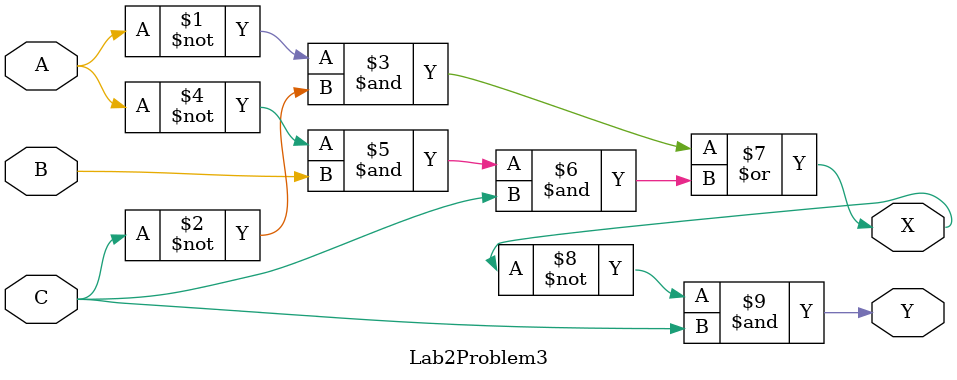
<source format=v>
`timescale 1ns / 1ps
module Lab2Problem3(
    input A,
    input B,
    input C,
    output X,
    output Y
    );

assign X = (~A&~C) | (~A&B&C);
assign Y = ~X&C;

endmodule

</source>
